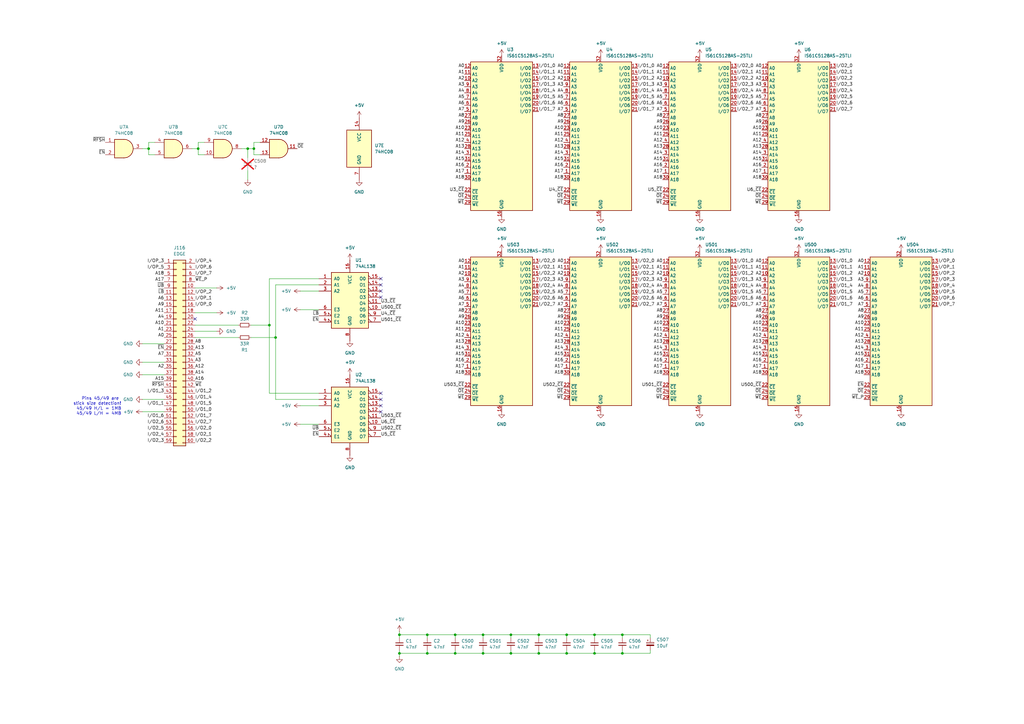
<source format=kicad_sch>
(kicad_sch (version 20231120) (generator "eeschema") (generator_version "8.0")
  (paper "A3")
  (lib_symbols
    (symbol "74xx:74LS08" (pin_names (offset 1.016))
      (property "Reference" "U" (at 0 1.27 0))
      (property "Value" "74LS08" (at 0 -1.27 0))
      (symbol "74LS08_1_1"
        (pin input line (at -7.62 2.54 0) (length 3.81) (name "~") (number "1"))
        (pin input line (at -7.62 -2.54 0) (length 3.81) (name "~") (number "2"))
        (pin output line (at 7.62 0 180) (length 3.81) (name "~") (number "3"))
      )
      (symbol "74LS08_1_2"
        (pin input inverted (at -7.62 2.54 0) (length 4.318) (name "~") (number "1"))
        (pin input inverted (at -7.62 -2.54 0) (length 4.318) (name "~") (number "2"))
        (pin output inverted (at 7.62 0 180) (length 3.81) (name "~") (number "3"))
      )
      (symbol "74LS08_2_1"
        (pin input line (at -7.62 2.54 0) (length 3.81) (name "~") (number "4"))
        (pin input line (at -7.62 -2.54 0) (length 3.81) (name "~") (number "5"))
        (pin output line (at 7.62 0 180) (length 3.81) (name "~") (number "6"))
      )
      (symbol "74LS08_2_2"
        (pin input inverted (at -7.62 2.54 0) (length 4.318) (name "~") (number "4"))
        (pin input inverted (at -7.62 -2.54 0) (length 4.318) (name "~") (number "5"))
        (pin output inverted (at 7.62 0 180) (length 3.81) (name "~") (number "6"))
      )
      (symbol "74LS08_3_1"
        (pin input line (at -7.62 -2.54 0) (length 3.81) (name "~") (number "10"))
        (pin output line (at 7.62 0 180) (length 3.81) (name "~") (number "8"))
        (pin input line (at -7.62 2.54 0) (length 3.81) (name "~") (number "9"))
      )
      (symbol "74LS08_3_2"
        (pin input inverted (at -7.62 -2.54 0) (length 4.318) (name "~") (number "10"))
        (pin output inverted (at 7.62 0 180) (length 3.81) (name "~") (number "8"))
        (pin input inverted (at -7.62 2.54 0) (length 4.318) (name "~") (number "9"))
      )
      (symbol "74LS08_4_1"
        (pin output line (at 7.62 0 180) (length 3.81) (name "~") (number "11"))
        (pin input line (at -7.62 2.54 0) (length 3.81) (name "~") (number "12"))
        (pin input line (at -7.62 -2.54 0) (length 3.81) (name "~") (number "13"))
      )
      (symbol "74LS08_4_2"
        (pin output inverted (at 7.62 0 180) (length 3.81) (name "~") (number "11"))
        (pin input inverted (at -7.62 2.54 0) (length 4.318) (name "~") (number "12"))
        (pin input inverted (at -7.62 -2.54 0) (length 4.318) (name "~") (number "13"))
      )
      (symbol "74LS08_5_0"
        (pin power_in line (at 0 12.7 270) (length 5.08) (name "VCC") (number "14"))
        (pin power_in line (at 0 -12.7 90) (length 5.08) (name "GND") (number "7"))
      )
    )
    (symbol "74xx:74LS138" (pin_names (offset 1.016))
      (property "Reference" "U" (at -7.62 11.43 0))
      (property "Value" "74LS138" (at -7.62 -13.97 0))
      (symbol "74LS138_1_0"
        (pin input line (at -12.7 7.62 0) (length 5.08) (name "A0") (number "1"))
        (pin output output_low (at 12.7 -5.08 180) (length 5.08) (name "O5") (number "10"))
        (pin output output_low (at 12.7 -2.54 180) (length 5.08) (name "O4") (number "11"))
        (pin output output_low (at 12.7 0 180) (length 5.08) (name "O3") (number "12"))
        (pin output output_low (at 12.7 2.54 180) (length 5.08) (name "O2") (number "13"))
        (pin output output_low (at 12.7 5.08 180) (length 5.08) (name "O1") (number "14"))
        (pin output output_low (at 12.7 7.62 180) (length 5.08) (name "O0") (number "15"))
        (pin power_in line (at 0 15.24 270) (length 5.08) (name "VCC") (number "16"))
        (pin input line (at -12.7 5.08 0) (length 5.08) (name "A1") (number "2"))
        (pin input line (at -12.7 2.54 0) (length 5.08) (name "A2") (number "3"))
        (pin input input_low (at -12.7 -10.16 0) (length 5.08) (name "E1") (number "4"))
        (pin input input_low (at -12.7 -7.62 0) (length 5.08) (name "E2") (number "5"))
        (pin input line (at -12.7 -5.08 0) (length 5.08) (name "E3") (number "6"))
        (pin output output_low (at 12.7 -10.16 180) (length 5.08) (name "O7") (number "7"))
        (pin power_in line (at 0 -17.78 90) (length 5.08) (name "GND") (number "8"))
        (pin output output_low (at 12.7 -7.62 180) (length 5.08) (name "O6") (number "9"))
      )
    )
    (symbol "Connector_Generic:Conn_02x30_Odd_Even" (pin_names (offset 1.016) hide)
      (property "Reference" "J" (at 1.27 38.1 0))
      (property "Value" "Conn_02x30_Odd_Even" (at 1.27 -40.64 0))
      (symbol "Conn_02x30_Odd_Even_1_1"
        (pin passive line (at -5.08 35.56 0) (length 3.81) (name "Pin_1") (number "1"))
        (pin passive line (at 7.62 25.4 180) (length 3.81) (name "Pin_10") (number "10"))
        (pin passive line (at -5.08 22.86 0) (length 3.81) (name "Pin_11") (number "11"))
        (pin passive line (at 7.62 22.86 180) (length 3.81) (name "Pin_12") (number "12"))
        (pin passive line (at -5.08 20.32 0) (length 3.81) (name "Pin_13") (number "13"))
        (pin passive line (at 7.62 20.32 180) (length 3.81) (name "Pin_14") (number "14"))
        (pin passive line (at -5.08 17.78 0) (length 3.81) (name "Pin_15") (number "15"))
        (pin passive line (at 7.62 17.78 180) (length 3.81) (name "Pin_16") (number "16"))
        (pin passive line (at -5.08 15.24 0) (length 3.81) (name "Pin_17") (number "17"))
        (pin passive line (at 7.62 15.24 180) (length 3.81) (name "Pin_18") (number "18"))
        (pin passive line (at -5.08 12.7 0) (length 3.81) (name "Pin_19") (number "19"))
        (pin passive line (at 7.62 35.56 180) (length 3.81) (name "Pin_2") (number "2"))
        (pin passive line (at 7.62 12.7 180) (length 3.81) (name "Pin_20") (number "20"))
        (pin passive line (at -5.08 10.16 0) (length 3.81) (name "Pin_21") (number "21"))
        (pin passive line (at 7.62 10.16 180) (length 3.81) (name "Pin_22") (number "22"))
        (pin passive line (at -5.08 7.62 0) (length 3.81) (name "Pin_23") (number "23"))
        (pin passive line (at 7.62 7.62 180) (length 3.81) (name "Pin_24") (number "24"))
        (pin passive line (at -5.08 5.08 0) (length 3.81) (name "Pin_25") (number "25"))
        (pin passive line (at 7.62 5.08 180) (length 3.81) (name "Pin_26") (number "26"))
        (pin passive line (at -5.08 2.54 0) (length 3.81) (name "Pin_27") (number "27"))
        (pin passive line (at 7.62 2.54 180) (length 3.81) (name "Pin_28") (number "28"))
        (pin passive line (at -5.08 0 0) (length 3.81) (name "Pin_29") (number "29"))
        (pin passive line (at -5.08 33.02 0) (length 3.81) (name "Pin_3") (number "3"))
        (pin passive line (at 7.62 0 180) (length 3.81) (name "Pin_30") (number "30"))
        (pin passive line (at -5.08 -2.54 0) (length 3.81) (name "Pin_31") (number "31"))
        (pin passive line (at 7.62 -2.54 180) (length 3.81) (name "Pin_32") (number "32"))
        (pin passive line (at -5.08 -5.08 0) (length 3.81) (name "Pin_33") (number "33"))
        (pin passive line (at 7.62 -5.08 180) (length 3.81) (name "Pin_34") (number "34"))
        (pin passive line (at -5.08 -7.62 0) (length 3.81) (name "Pin_35") (number "35"))
        (pin passive line (at 7.62 -7.62 180) (length 3.81) (name "Pin_36") (number "36"))
        (pin passive line (at -5.08 -10.16 0) (length 3.81) (name "Pin_37") (number "37"))
        (pin passive line (at 7.62 -10.16 180) (length 3.81) (name "Pin_38") (number "38"))
        (pin passive line (at -5.08 -12.7 0) (length 3.81) (name "Pin_39") (number "39"))
        (pin passive line (at 7.62 33.02 180) (length 3.81) (name "Pin_4") (number "4"))
        (pin passive line (at 7.62 -12.7 180) (length 3.81) (name "Pin_40") (number "40"))
        (pin passive line (at -5.08 -15.24 0) (length 3.81) (name "Pin_41") (number "41"))
        (pin passive line (at 7.62 -15.24 180) (length 3.81) (name "Pin_42") (number "42"))
        (pin passive line (at -5.08 -17.78 0) (length 3.81) (name "Pin_43") (number "43"))
        (pin passive line (at 7.62 -17.78 180) (length 3.81) (name "Pin_44") (number "44"))
        (pin passive line (at -5.08 -20.32 0) (length 3.81) (name "Pin_45") (number "45"))
        (pin passive line (at 7.62 -20.32 180) (length 3.81) (name "Pin_46") (number "46"))
        (pin passive line (at -5.08 -22.86 0) (length 3.81) (name "Pin_47") (number "47"))
        (pin passive line (at 7.62 -22.86 180) (length 3.81) (name "Pin_48") (number "48"))
        (pin passive line (at -5.08 -25.4 0) (length 3.81) (name "Pin_49") (number "49"))
        (pin passive line (at -5.08 30.48 0) (length 3.81) (name "Pin_5") (number "5"))
        (pin passive line (at 7.62 -25.4 180) (length 3.81) (name "Pin_50") (number "50"))
        (pin passive line (at -5.08 -27.94 0) (length 3.81) (name "Pin_51") (number "51"))
        (pin passive line (at 7.62 -27.94 180) (length 3.81) (name "Pin_52") (number "52"))
        (pin passive line (at -5.08 -30.48 0) (length 3.81) (name "Pin_53") (number "53"))
        (pin passive line (at 7.62 -30.48 180) (length 3.81) (name "Pin_54") (number "54"))
        (pin passive line (at -5.08 -33.02 0) (length 3.81) (name "Pin_55") (number "55"))
        (pin passive line (at 7.62 -33.02 180) (length 3.81) (name "Pin_56") (number "56"))
        (pin passive line (at -5.08 -35.56 0) (length 3.81) (name "Pin_57") (number "57"))
        (pin passive line (at 7.62 -35.56 180) (length 3.81) (name "Pin_58") (number "58"))
        (pin passive line (at -5.08 -38.1 0) (length 3.81) (name "Pin_59") (number "59"))
        (pin passive line (at 7.62 30.48 180) (length 3.81) (name "Pin_6") (number "6"))
        (pin passive line (at 7.62 -38.1 180) (length 3.81) (name "Pin_60") (number "60"))
        (pin passive line (at -5.08 27.94 0) (length 3.81) (name "Pin_7") (number "7"))
        (pin passive line (at 7.62 27.94 180) (length 3.81) (name "Pin_8") (number "8"))
        (pin passive line (at -5.08 25.4 0) (length 3.81) (name "Pin_9") (number "9"))
      )
    )
    (symbol "Device:C_Polarized_Small" (pin_numbers hide) (pin_names (offset 0.254) hide)
      (property "Reference" "C" (at 0.254 1.778 0))
      (property "Value" "C_Polarized_Small" (at 0.254 -2.032 0))
      (symbol "C_Polarized_Small_1_1"
        (pin passive line (at 0 2.54 270) (length 1.8542) (name "~") (number "1"))
        (pin passive line (at 0 -2.54 90) (length 1.8542) (name "~") (number "2"))
      )
    )
    (symbol "Device:C_Small" (pin_numbers hide) (pin_names (offset 0.254) hide)
      (property "Reference" "C" (at 0.254 1.778 0))
      (property "Value" "C_Small" (at 0.254 -2.032 0))
      (symbol "C_Small_1_1"
        (pin passive line (at 0 2.54 270) (length 2.032) (name "~") (number "1"))
        (pin passive line (at 0 -2.54 90) (length 2.032) (name "~") (number "2"))
      )
    )
    (symbol "Device:R_Small" (pin_numbers hide) (pin_names (offset 0.254) hide)
      (property "Reference" "R" (at 0.762 0.508 0))
      (property "Value" "R_Small" (at 0.762 -1.016 0))
      (symbol "R_Small_1_1"
        (pin passive line (at 0 2.54 270) (length 0.762) (name "~") (number "1"))
        (pin passive line (at 0 -2.54 90) (length 0.762) (name "~") (number "2"))
      )
    )
    (symbol "Memory_RAM:IS61C5128AS-25TLI"
      (property "Reference" "U" (at -10.16 31.75 0))
      (property "Value" "IS61C5128AS-25TLI" (at 12.7 31.75 0))
      (symbol "IS61C5128AS-25TLI_1_1"
        (pin input line (at -15.24 -15.24 0) (length 2.54) (name "A17") (number "1"))
        (pin input line (at -15.24 22.86 0) (length 2.54) (name "A2") (number "10"))
        (pin input line (at -15.24 25.4 0) (length 2.54) (name "A1") (number "11"))
        (pin input line (at -15.24 27.94 0) (length 2.54) (name "A0") (number "12"))
        (pin bidirectional line (at 15.24 27.94 180) (length 2.54) (name "I/O0") (number "13"))
        (pin bidirectional line (at 15.24 25.4 180) (length 2.54) (name "I/O1") (number "14"))
        (pin bidirectional line (at 15.24 22.86 180) (length 2.54) (name "I/O2") (number "15"))
        (pin power_in line (at 0 -33.02 90) (length 2.54) (name "GND") (number "16"))
        (pin bidirectional line (at 15.24 20.32 180) (length 2.54) (name "I/O3") (number "17"))
        (pin bidirectional line (at 15.24 17.78 180) (length 2.54) (name "I/O4") (number "18"))
        (pin bidirectional line (at 15.24 15.24 180) (length 2.54) (name "I/O5") (number "19"))
        (pin input line (at -15.24 -12.7 0) (length 2.54) (name "A16") (number "2"))
        (pin bidirectional line (at 15.24 12.7 180) (length 2.54) (name "I/O6") (number "20"))
        (pin bidirectional line (at 15.24 10.16 180) (length 2.54) (name "I/O7") (number "21"))
        (pin input line (at -15.24 -22.86 0) (length 2.54) (name "~{CE}") (number "22"))
        (pin input line (at -15.24 2.54 0) (length 2.54) (name "A10") (number "23"))
        (pin input line (at -15.24 -25.4 0) (length 2.54) (name "~{OE}") (number "24"))
        (pin input line (at -15.24 0 0) (length 2.54) (name "A11") (number "25"))
        (pin input line (at -15.24 5.08 0) (length 2.54) (name "A9") (number "26"))
        (pin input line (at -15.24 7.62 0) (length 2.54) (name "A8") (number "27"))
        (pin input line (at -15.24 -5.08 0) (length 2.54) (name "A13") (number "28"))
        (pin input line (at -15.24 -27.94 0) (length 2.54) (name "~{WE}") (number "29"))
        (pin input line (at -15.24 -7.62 0) (length 2.54) (name "A14") (number "3"))
        (pin input line (at -15.24 -17.78 0) (length 2.54) (name "A18") (number "30"))
        (pin input line (at -15.24 -10.16 0) (length 2.54) (name "A15") (number "31"))
        (pin power_in line (at 0 33.02 270) (length 2.54) (name "VDD") (number "32"))
        (pin input line (at -15.24 -2.54 0) (length 2.54) (name "A12") (number "4"))
        (pin input line (at -15.24 10.16 0) (length 2.54) (name "A7") (number "5"))
        (pin input line (at -15.24 12.7 0) (length 2.54) (name "A6") (number "6"))
        (pin input line (at -15.24 15.24 0) (length 2.54) (name "A5") (number "7"))
        (pin input line (at -15.24 17.78 0) (length 2.54) (name "A4") (number "8"))
        (pin input line (at -15.24 20.32 0) (length 2.54) (name "A3") (number "9"))
      )
    )
    (symbol "power:+5V" (power) (pin_numbers hide) (pin_names (offset 0) hide)
      (property "Value" "+5V" (at 0 3.556 0))
      (symbol "+5V_1_1"
        (pin power_in line (at 0 0 90) (length 0) (name "~") (number "1"))
      )
    )
    (symbol "power:GND" (power) (pin_numbers hide) (pin_names (offset 0) hide)
      (property "Value" "GND" (at 0 -3.81 0))
      (symbol "GND_1_1"
        (pin power_in line (at 0 0 270) (length 0) (name "~") (number "1"))
      )
    )
  )
  (junction (at 220.98 260.35))
  (junction (at 175.26 260.35))
  (junction (at 81.28 60.96))
  (junction (at 198.12 267.97))
  (junction (at 255.27 260.35))
  (junction (at 220.98 267.97))
  (junction (at 101.6 60.96))
  (junction (at 163.83 267.97))
  (junction (at 255.27 267.97))
  (junction (at 113.03 138.43))
  (junction (at 209.55 260.35))
  (junction (at 60.96 60.96))
  (junction (at 163.83 260.35))
  (junction (at 243.84 260.35))
  (junction (at 232.41 260.35))
  (junction (at 198.12 260.35))
  (junction (at 104.14 60.96))
  (junction (at 175.26 267.97))
  (junction (at 243.84 267.97))
  (junction (at 232.41 267.97))
  (junction (at 186.69 260.35))
  (junction (at 110.49 133.35))
  (junction (at 209.55 267.97))
  (junction (at 186.69 267.97))
  (no_connect (at 156.21 166.37))
  (no_connect (at 156.21 114.3))
  (no_connect (at 156.21 161.29))
  (no_connect (at 80.01 130.81))
  (no_connect (at 156.21 163.83))
  (no_connect (at 156.21 121.92))
  (no_connect (at 156.21 116.84))
  (no_connect (at 156.21 168.91))
  (no_connect (at 156.21 119.38))
  (wire (pts (xy 81.28 60.96) (xy 81.28 63.5)))
  (wire (pts (xy 266.7 260.35) (xy 266.7 261.62)))
  (wire (pts (xy 163.83 260.35) (xy 163.83 261.62)))
  (wire (pts (xy 198.12 260.35) (xy 198.12 261.62)))
  (wire (pts (xy 58.42 140.97) (xy 67.31 140.97)))
  (wire (pts (xy 243.84 260.35) (xy 255.27 260.35)))
  (wire (pts (xy 81.28 63.5) (xy 83.82 63.5)))
  (wire (pts (xy 163.83 266.7) (xy 163.83 267.97)))
  (wire (pts (xy 104.14 58.42) (xy 106.68 58.42)))
  (wire (pts (xy 232.41 260.35) (xy 243.84 260.35)))
  (wire (pts (xy 186.69 267.97) (xy 198.12 267.97)))
  (wire (pts (xy 130.81 163.83) (xy 113.03 163.83)))
  (wire (pts (xy 113.03 163.83) (xy 113.03 138.43)))
  (wire (pts (xy 255.27 267.97) (xy 255.27 266.7)))
  (wire (pts (xy 220.98 267.97) (xy 220.98 266.7)))
  (wire (pts (xy 232.41 267.97) (xy 232.41 266.7)))
  (wire (pts (xy 80.01 128.27) (xy 88.9 128.27)))
  (wire (pts (xy 255.27 260.35) (xy 266.7 260.35)))
  (wire (pts (xy 175.26 267.97) (xy 175.26 266.7)))
  (wire (pts (xy 198.12 267.97) (xy 209.55 267.97)))
  (wire (pts (xy 163.83 260.35) (xy 175.26 260.35)))
  (wire (pts (xy 110.49 114.3) (xy 130.81 114.3)))
  (wire (pts (xy 110.49 133.35) (xy 110.49 114.3)))
  (wire (pts (xy 266.7 266.7) (xy 266.7 267.97)))
  (wire (pts (xy 209.55 267.97) (xy 220.98 267.97)))
  (wire (pts (xy 123.19 127) (xy 130.81 127)))
  (wire (pts (xy 81.28 58.42) (xy 81.28 60.96)))
  (wire (pts (xy 209.55 260.35) (xy 220.98 260.35)))
  (wire (pts (xy 104.14 60.96) (xy 104.14 58.42)))
  (wire (pts (xy 243.84 260.35) (xy 243.84 261.62)))
  (wire (pts (xy 60.96 60.96) (xy 60.96 58.42)))
  (wire (pts (xy 123.19 166.37) (xy 130.81 166.37)))
  (wire (pts (xy 102.87 138.43) (xy 113.03 138.43)))
  (wire (pts (xy 80.01 133.35) (xy 97.79 133.35)))
  (wire (pts (xy 209.55 260.35) (xy 209.55 261.62)))
  (wire (pts (xy 101.6 69.85) (xy 101.6 73.66)))
  (wire (pts (xy 102.87 133.35) (xy 110.49 133.35)))
  (wire (pts (xy 175.26 260.35) (xy 175.26 261.62)))
  (wire (pts (xy 232.41 260.35) (xy 232.41 261.62)))
  (wire (pts (xy 186.69 260.35) (xy 186.69 261.62)))
  (wire (pts (xy 123.19 119.38) (xy 130.81 119.38)))
  (wire (pts (xy 175.26 267.97) (xy 186.69 267.97)))
  (wire (pts (xy 130.81 161.29) (xy 110.49 161.29)))
  (wire (pts (xy 209.55 267.97) (xy 209.55 266.7)))
  (wire (pts (xy 60.96 58.42) (xy 63.5 58.42)))
  (wire (pts (xy 63.5 63.5) (xy 60.96 63.5)))
  (wire (pts (xy 58.42 168.91) (xy 67.31 168.91)))
  (wire (pts (xy 58.42 153.67) (xy 67.31 153.67)))
  (wire (pts (xy 198.12 267.97) (xy 198.12 266.7)))
  (wire (pts (xy 243.84 267.97) (xy 255.27 267.97)))
  (wire (pts (xy 198.12 260.35) (xy 209.55 260.35)))
  (wire (pts (xy 113.03 138.43) (xy 113.03 116.84)))
  (wire (pts (xy 175.26 260.35) (xy 186.69 260.35)))
  (wire (pts (xy 104.14 63.5) (xy 106.68 63.5)))
  (wire (pts (xy 163.83 267.97) (xy 175.26 267.97)))
  (wire (pts (xy 58.42 163.83) (xy 67.31 163.83)))
  (wire (pts (xy 58.42 148.59) (xy 67.31 148.59)))
  (wire (pts (xy 163.83 259.08) (xy 163.83 260.35)))
  (wire (pts (xy 104.14 60.96) (xy 104.14 63.5)))
  (wire (pts (xy 80.01 135.89) (xy 88.9 135.89)))
  (wire (pts (xy 255.27 267.97) (xy 266.7 267.97)))
  (wire (pts (xy 123.19 173.99) (xy 130.81 173.99)))
  (wire (pts (xy 255.27 260.35) (xy 255.27 261.62)))
  (wire (pts (xy 101.6 60.96) (xy 101.6 64.77)))
  (wire (pts (xy 232.41 267.97) (xy 243.84 267.97)))
  (wire (pts (xy 101.6 60.96) (xy 104.14 60.96)))
  (wire (pts (xy 60.96 63.5) (xy 60.96 60.96)))
  (wire (pts (xy 58.42 60.96) (xy 60.96 60.96)))
  (wire (pts (xy 220.98 260.35) (xy 232.41 260.35)))
  (wire (pts (xy 163.83 267.97) (xy 163.83 269.24)))
  (wire (pts (xy 220.98 260.35) (xy 220.98 261.62)))
  (wire (pts (xy 243.84 267.97) (xy 243.84 266.7)))
  (wire (pts (xy 80.01 118.11) (xy 88.9 118.11)))
  (wire (pts (xy 101.6 60.96) (xy 99.06 60.96)))
  (wire (pts (xy 113.03 116.84) (xy 130.81 116.84)))
  (wire (pts (xy 186.69 260.35) (xy 198.12 260.35)))
  (wire (pts (xy 110.49 161.29) (xy 110.49 133.35)))
  (wire (pts (xy 81.28 58.42) (xy 83.82 58.42)))
  (wire (pts (xy 80.01 138.43) (xy 97.79 138.43)))
  (wire (pts (xy 186.69 267.97) (xy 186.69 266.7)))
  (wire (pts (xy 78.74 60.96) (xy 81.28 60.96)))
  (wire (pts (xy 220.98 267.97) (xy 232.41 267.97)))
  (text "Pins 45/49 are \nstick size detection!\n45/49 H/L = 1MB\n45/49 L/H = 4MB\n" (at 49.784 166.624 0) (effects (font (size 1.27 1.27)) (justify right)))
  (label "A7" (at 231.14 45.72 180))
  (label "I{slash}O2_3" (at 302.26 35.56 0))
  (label "A10" (at 67.31 133.35 180))
  (label "A1" (at 231.14 30.48 180))
  (label "A7" (at 312.42 45.72 180))
  (label "A3" (at 354.33 115.57 180))
  (label "A12" (at 80.01 151.13 0))
  (label "A7" (at 190.5 45.72 180))
  (label "A0" (at 190.5 107.95 180))
  (label "A7" (at 312.42 125.73 180))
  (label "A18" (at 354.33 153.67 180))
  (label "I{slash}O1_5" (at 261.62 40.64 0))
  (label "I{slash}O2_7" (at 261.62 125.73 0))
  (label "A8" (at 271.78 128.27 180))
  (label "A13" (at 312.42 60.96 180))
  (label "I{slash}O2_2" (at 261.62 113.03 0))
  (label "~{WE}" (at 271.78 163.83 180))
  (label "A12" (at 231.14 138.43 180))
  (label "I{slash}O1_4" (at 220.98 38.1 0))
  (label "A2" (at 271.78 113.03 180))
  (label "A16" (at 312.42 68.58 180))
  (label "U503_~{CE}" (at 190.5 158.75 180))
  (label "A15" (at 271.78 146.05 180))
  (label "A13" (at 190.5 140.97 180))
  (label "I{slash}O1_2" (at 342.9 113.03 0))
  (label "A0" (at 312.42 107.95 180))
  (label "A1" (at 231.14 110.49 180))
  (label "I{slash}O1_2" (at 302.26 113.03 0))
  (label "A9" (at 271.78 50.8 180))
  (label "U5_~{CE}" (at 271.78 78.74 180))
  (label "A18" (at 312.42 73.66 180))
  (label "A17" (at 190.5 151.13 180))
  (label "I{slash}O1_7" (at 220.98 45.72 0))
  (label "A13" (at 190.5 60.96 180))
  (label "A14" (at 231.14 143.51 180))
  (label "U5_~{CE}" (at 156.21 179.07 0))
  (label "I{slash}O2_1" (at 302.26 30.48 0))
  (label "U501_~{CE}" (at 271.78 158.75 180))
  (label "I{slash}O1_0" (at 220.98 27.94 0))
  (label "I{slash}O2_4" (at 67.31 179.07 180))
  (label "A18" (at 271.78 73.66 180))
  (label "A4" (at 190.5 118.11 180))
  (label "I{slash}OP_4" (at 384.81 118.11 0))
  (label "A8" (at 80.01 140.97 0))
  (label "A10" (at 312.42 53.34 180))
  (label "U502_~{CE}" (at 156.21 176.53 0))
  (label "A14" (at 312.42 143.51 180))
  (label "I{slash}O1_0" (at 342.9 107.95 0))
  (label "A1" (at 312.42 30.48 180))
  (label "I{slash}O2_0" (at 342.9 27.94 0))
  (label "A3" (at 312.42 35.56 180))
  (label "A3" (at 190.5 35.56 180))
  (label "A13" (at 271.78 60.96 180))
  (label "A3" (at 312.42 115.57 180))
  (label "~{EN}" (at 43.18 63.5 180))
  (label "A15" (at 190.5 146.05 180))
  (label "~{OE}" (at 312.42 161.29 180))
  (label "A6" (at 354.33 123.19 180))
  (label "A8" (at 190.5 48.26 180))
  (label "A16" (at 190.5 148.59 180))
  (label "A4" (at 231.14 118.11 180))
  (label "~{OE}" (at 271.78 81.28 180))
  (label "A15" (at 190.5 66.04 180))
  (label "A2" (at 231.14 113.03 180))
  (label "I{slash}O1_3" (at 261.62 35.56 0))
  (label "A18" (at 190.5 153.67 180))
  (label "A13" (at 354.33 140.97 180))
  (label "A9" (at 312.42 130.81 180))
  (label "A1" (at 67.31 135.89 180))
  (label "I{slash}O1_3" (at 302.26 115.57 0))
  (label "A4" (at 271.78 118.11 180))
  (label "A2" (at 354.33 113.03 180))
  (label "U500_~{CE}" (at 312.42 158.75 180))
  (label "I{slash}O2_5" (at 302.26 40.64 0))
  (label "A9" (at 67.31 125.73 180))
  (label "U503_~{CE}" (at 156.21 171.45 0))
  (label "I{slash}O2_3" (at 220.98 115.57 0))
  (label "~{EN}" (at 130.81 179.07 180))
  (label "I{slash}O2_4" (at 261.62 118.11 0))
  (label "A4" (at 312.42 118.11 180))
  (label "A16" (at 312.42 148.59 180))
  (label "U6_~{CE}" (at 156.21 173.99 0))
  (label "I{slash}O2_6" (at 261.62 123.19 0))
  (label "A2" (at 231.14 33.02 180))
  (label "I{slash}O1_1" (at 342.9 110.49 0))
  (label "A10" (at 312.42 133.35 180))
  (label "I{slash}O2_4" (at 220.98 118.11 0))
  (label "A11" (at 271.78 135.89 180))
  (label "I{slash}O2_4" (at 302.26 38.1 0))
  (label "A3" (at 231.14 115.57 180))
  (label "A8" (at 312.42 48.26 180))
  (label "A13" (at 231.14 60.96 180))
  (label "A17" (at 271.78 71.12 180))
  (label "A0" (at 312.42 27.94 180))
  (label "U4_~{CE}" (at 231.14 78.74 180))
  (label "A17" (at 312.42 71.12 180))
  (label "~{EN}" (at 130.81 132.08 180))
  (label "I{slash}O1_6" (at 67.31 171.45 180))
  (label "A11" (at 231.14 55.88 180))
  (label "A7" (at 354.33 125.73 180))
  (label "I{slash}O2_4" (at 342.9 38.1 0))
  (label "I{slash}O1_2" (at 220.98 33.02 0))
  (label "I{slash}O1_2" (at 261.62 33.02 0))
  (label "A15" (at 231.14 146.05 180))
  (label "I{slash}O2_0" (at 220.98 107.95 0))
  (label "A9" (at 354.33 130.81 180))
  (label "A0" (at 231.14 27.94 180))
  (label "A13" (at 271.78 140.97 180))
  (label "I{slash}O2_3" (at 342.9 35.56 0))
  (label "I{slash}OP_3" (at 384.81 115.57 0))
  (label "I{slash}OP_7" (at 384.81 125.73 0))
  (label "A7" (at 231.14 125.73 180))
  (label "A5" (at 354.33 120.65 180))
  (label "A16" (at 190.5 68.58 180))
  (label "A5" (at 231.14 120.65 180))
  (label "A18" (at 190.5 73.66 180))
  (label "A18" (at 231.14 73.66 180))
  (label "A3" (at 271.78 35.56 180))
  (label "I{slash}OP_1" (at 80.01 123.19 0))
  (label "A0" (at 231.14 107.95 180))
  (label "A18" (at 271.78 153.67 180))
  (label "A8" (at 190.5 128.27 180))
  (label "A4" (at 231.14 38.1 180))
  (label "I{slash}O2_6" (at 302.26 43.18 0))
  (label "I{slash}OP_7" (at 80.01 113.03 0))
  (label "~{EN}" (at 354.33 158.75 180))
  (label "A11" (at 190.5 135.89 180))
  (label "A11" (at 67.31 128.27 180))
  (label "I{slash}O1_1" (at 302.26 110.49 0))
  (label "A13" (at 80.01 143.51 0))
  (label "A0" (at 190.5 27.94 180))
  (label "A14" (at 231.14 63.5 180))
  (label "U501_~{CE}" (at 156.21 132.08 0))
  (label "I{slash}O2_6" (at 342.9 43.18 0))
  (label "~{OE}" (at 190.5 81.28 180))
  (label "A10" (at 190.5 133.35 180))
  (label "A14" (at 354.33 143.51 180))
  (label "~{WE}" (at 312.42 83.82 180))
  (label "A4" (at 354.33 118.11 180))
  (label "A11" (at 354.33 135.89 180))
  (label "I{slash}O2_6" (at 67.31 173.99 180))
  (label "~{UB}" (at 67.31 118.11 180))
  (label "I{slash}O1_5" (at 220.98 40.64 0))
  (label "A15" (at 231.14 66.04 180))
  (label "A7" (at 271.78 45.72 180))
  (label "A10" (at 271.78 53.34 180))
  (label "A17" (at 67.31 115.57 180))
  (label "~{RFSH}" (at 43.18 58.42 180))
  (label "A8" (at 231.14 128.27 180))
  (label "A7" (at 67.31 146.05 180))
  (label "A0" (at 354.33 107.95 180))
  (label "I{slash}O1_3" (at 67.31 161.29 180))
  (label "A12" (at 271.78 58.42 180))
  (label "I{slash}O2_5" (at 67.31 176.53 180))
  (label "A15" (at 67.31 156.21 180))
  (label "~{WE}" (at 312.42 163.83 180))
  (label "I{slash}O1_6" (at 220.98 43.18 0))
  (label "A16" (at 231.14 68.58 180))
  (label "A5" (at 190.5 120.65 180))
  (label "A5" (at 190.5 40.64 180))
  (label "A2" (at 67.31 151.13 180))
  (label "I{slash}O2_1" (at 261.62 110.49 0))
  (label "A18" (at 312.42 153.67 180))
  (label "A17" (at 190.5 71.12 180))
  (label "A12" (at 312.42 138.43 180))
  (label "A15" (at 312.42 66.04 180))
  (label "U6_~{CE}" (at 312.42 78.74 180))
  (label "A2" (at 312.42 113.03 180))
  (label "I{slash}O2_0" (at 261.62 107.95 0))
  (label "A9" (at 271.78 130.81 180))
  (label "I{slash}O2_2" (at 220.98 113.03 0))
  (label "I{slash}O2_5" (at 342.9 40.64 0))
  (label "~{OE}" (at 354.33 161.29 180))
  (label "A14" (at 271.78 63.5 180))
  (label "I{slash}O1_6" (at 342.9 123.19 0))
  (label "I{slash}O2_1" (at 220.98 110.49 0))
  (label "A2" (at 312.42 33.02 180))
  (label "A1" (at 190.5 110.49 180))
  (label "~{WE}_P" (at 354.33 163.83 180))
  (label "I{slash}O1_1" (at 261.62 30.48 0))
  (label "A14" (at 271.78 143.51 180))
  (label "~{OE}" (at 312.42 81.28 180))
  (label "I{slash}O1_7" (at 342.9 125.73 0))
  (label "~{WE}" (at 271.78 83.82 180))
  (label "I{slash}O1_5" (at 80.01 166.37 0))
  (label "I{slash}OP_0" (at 80.01 125.73 0))
  (label "I{slash}OP_0" (at 384.81 107.95 0))
  (label "A6" (at 67.31 123.19 180))
  (label "I{slash}O2_5" (at 220.98 120.65 0))
  (label "I{slash}OP_1" (at 384.81 110.49 0))
  (label "~{LB}" (at 130.81 129.54 180))
  (label "I{slash}O1_0" (at 80.01 168.91 0))
  (label "A3" (at 80.01 148.59 0))
  (label "A7" (at 271.78 125.73 180))
  (label "I{slash}O2_0" (at 80.01 176.53 0))
  (label "~{OE}" (at 271.78 161.29 180))
  (label "A17" (at 231.14 71.12 180))
  (label "I{slash}O1_1" (at 67.31 166.37 180))
  (label "~{WE}" (at 231.14 163.83 180))
  (label "I{slash}O2_3" (at 67.31 181.61 180))
  (label "A15" (at 354.33 146.05 180))
  (label "~{RFSH}" (at 67.31 158.75 180))
  (label "I{slash}O1_4" (at 342.9 118.11 0))
  (label "A15" (at 271.78 66.04 180))
  (label "A11" (at 231.14 135.89 180))
  (label "I{slash}O1_7" (at 261.62 45.72 0))
  (label "A17" (at 271.78 151.13 180))
  (label "A16" (at 80.01 156.21 0))
  (label "A6" (at 190.5 123.19 180))
  (label "A9" (at 190.5 50.8 180))
  (label "A0" (at 67.31 138.43 180))
  (label "I{slash}OP_6" (at 80.01 110.49 0))
  (label "I{slash}O1_3" (at 342.9 115.57 0))
  (label "I{slash}O2_5" (at 261.62 120.65 0))
  (label "A14" (at 80.01 153.67 0))
  (label "I{slash}O2_2" (at 342.9 33.02 0))
  (label "A10" (at 354.33 133.35 180))
  (label "A8" (at 271.78 48.26 180))
  (label "A11" (at 271.78 55.88 180))
  (label "A14" (at 312.42 63.5 180))
  (label "A10" (at 231.14 133.35 180))
  (label "I{slash}O2_2" (at 80.01 181.61 0))
  (label "U502_~{CE}" (at 231.14 158.75 180))
  (label "A12" (at 354.33 138.43 180))
  (label "U3_~{CE}" (at 190.5 78.74 180))
  (label "U3_~{CE}" (at 156.21 124.46 0))
  (label "~{OE}" (at 231.14 81.28 180))
  (label "A2" (at 190.5 113.03 180))
  (label "A7" (at 190.5 125.73 180))
  (label "A8" (at 354.33 128.27 180))
  (label "I{slash}O1_4" (at 302.26 118.11 0))
  (label "A4" (at 190.5 38.1 180))
  (label "A16" (at 271.78 68.58 180))
  (label "A9" (at 231.14 50.8 180))
  (label "I{slash}O1_6" (at 261.62 43.18 0))
  (label "A0" (at 271.78 27.94 180))
  (label "I{slash}O1_5" (at 342.9 120.65 0))
  (label "A17" (at 354.33 151.13 180))
  (label "A17" (at 231.14 151.13 180))
  (label "A4" (at 312.42 38.1 180))
  (label "A14" (at 190.5 143.51 180))
  (label "~{OE}" (at 121.92 60.96 0))
  (label "A1" (at 312.42 110.49 180))
  (label "A13" (at 231.14 140.97 180))
  (label "I{slash}OP_5" (at 67.31 110.49 180))
  (label "I{slash}O2_7" (at 220.98 125.73 0))
  (label "A16" (at 271.78 148.59 180))
  (label "~{WE}_P" (at 80.01 115.57 0))
  (label "I{slash}O2_7" (at 342.9 45.72 0))
  (label "A1" (at 190.5 30.48 180))
  (label "A3" (at 231.14 35.56 180))
  (label "A4" (at 67.31 130.81 180))
  (label "A0" (at 271.78 107.95 180))
  (label "I{slash}O2_6" (at 220.98 123.19 0))
  (label "A12" (at 190.5 58.42 180))
  (label "I{slash}O1_6" (at 302.26 123.19 0))
  (label "I{slash}O2_1" (at 342.9 30.48 0))
  (label "A9" (at 190.5 130.81 180))
  (label "I{slash}OP_2" (at 384.81 113.03 0))
  (label "A6" (at 231.14 43.18 180))
  (label "A13" (at 312.42 140.97 180))
  (label "I{slash}OP_3" (at 67.31 107.95 180))
  (label "A10" (at 271.78 133.35 180))
  (label "A11" (at 312.42 55.88 180))
  (label "I{slash}O2_0" (at 302.26 27.94 0))
  (label "I{slash}O1_2" (at 80.01 161.29 0))
  (label "A5" (at 271.78 120.65 180))
  (label "A15" (at 312.42 146.05 180))
  (label "A8" (at 231.14 48.26 180))
  (label "A4" (at 271.78 38.1 180))
  (label "A12" (at 231.14 58.42 180))
  (label "A10" (at 190.5 53.34 180))
  (label "A11" (at 190.5 55.88 180))
  (label "A5" (at 231.14 40.64 180))
  (label "A1" (at 271.78 30.48 180))
  (label "A6" (at 190.5 43.18 180))
  (label "A6" (at 312.42 43.18 180))
  (label "I{slash}O1_4" (at 261.62 38.1 0))
  (label "I{slash}O1_7" (at 302.26 125.73 0))
  (label "~{WE}" (at 80.01 158.75 0))
  (label "~{OE}" (at 231.14 161.29 180))
  (label "A5" (at 312.42 120.65 180))
  (label "A3" (at 190.5 115.57 180))
  (label "I{slash}O1_0" (at 302.26 107.95 0))
  (label "I{slash}OP_2" (at 80.01 120.65 0))
  (label "A16" (at 354.33 148.59 180))
  (label "I{slash}O1_7" (at 80.01 171.45 0))
  (label "A14" (at 190.5 63.5 180))
  (label "~{OE}" (at 190.5 161.29 180))
  (label "A17" (at 312.42 151.13 180))
  (label "A12" (at 190.5 138.43 180))
  (label "A5" (at 271.78 40.64 180))
  (label "A9" (at 231.14 130.81 180))
  (label "A12" (at 271.78 138.43 180))
  (label "A5" (at 312.42 40.64 180))
  (label "I{slash}OP_5" (at 384.81 120.65 0))
  (label "I{slash}O1_4" (at 80.01 163.83 0))
  (label "~{WE}" (at 231.14 83.82 180))
  (label "~{UB}" (at 130.81 176.53 180))
  (label "I{slash}O2_2" (at 302.26 33.02 0))
  (label "I{slash}O1_0" (at 261.62 27.94 0))
  (label "I{slash}O2_1" (at 80.01 179.07 0))
  (label "A18" (at 231.14 153.67 180))
  (label "A12" (at 312.42 58.42 180))
  (label "I{slash}O1_5" (at 302.26 120.65 0))
  (label "A6" (at 271.78 43.18 180))
  (label "A2" (at 190.5 33.02 180))
  (label "I{slash}O1_3" (at 220.98 35.56 0))
  (label "I{slash}OP_6" (at 384.81 123.19 0))
  (label "A18" (at 67.31 113.03 180))
  (label "A8" (at 312.42 128.27 180))
  (label "A9" (at 312.42 50.8 180))
  (label "U4_~{CE}" (at 156.21 129.54 0))
  (label "A16" (at 231.14 148.59 180))
  (label "A6" (at 312.42 123.19 180))
  (label "A6" (at 271.78 123.19 180))
  (label "~{LB}" (at 67.31 120.65 180))
  (label "U500_~{CE}" (at 156.21 127 0))
  (label "I{slash}O2_3" (at 261.62 115.57 0))
  (label "I{slash}O2_7" (at 302.26 45.72 0))
  (label "A6" (at 231.14 123.19 180))
  (label "A3" (at 271.78 115.57 180))
  (label "~{WE}" (at 190.5 83.82 180))
  (label "A5" (at 80.01 146.05 0))
  (label "A1" (at 354.33 110.49 180))
  (label "I{slash}O2_7" (at 80.01 173.99 0))
  (label "I{slash}O1_1" (at 220.98 30.48 0))
  (label "A2" (at 271.78 33.02 180))
  (label "~{EN}" (at 67.31 143.51 180))
  (label "~{WE}" (at 190.5 163.83 180))
  (label "I{slash}OP_4" (at 80.01 107.95 0))
  (label "A10" (at 231.14 53.34 180))
  (label "A11" (at 312.42 135.89 180))
  (label "A1" (at 271.78 110.49 180))
  (symbol (lib_id "74xx:74LS08") (at 50.8 60.96 0) (unit 1)
    (property "Reference" "U7" (at 50.7917 52.07 0))
    (property "Value" "74HC08" (at 50.7917 54.61 0))
    (property "Footprint" "Package_SO:SOIC-14_3.9x8.7mm_P1.27mm" (effects (hide yes)))
    (property "Datasheet" "http://www.ti.com/lit/gpn/sn74LS08" (effects (hide yes)))
    (property "Description" "Quad And2" (effects (hide yes)))
  )
  (symbol (lib_id "74xx:74LS08") (at 114.3 60.96 0) (unit 4)
    (property "Reference" "U7" (at 114.2917 52.07 0))
    (property "Value" "74HC08" (at 114.2917 54.61 0))
    (property "Footprint" "Package_SO:SOIC-14_3.9x8.7mm_P1.27mm" (effects (hide yes)))
    (property "Datasheet" "http://www.ti.com/lit/gpn/sn74LS08" (effects (hide yes)))
    (property "Description" "Quad And2" (effects (hide yes)))
  )
  (symbol (lib_id "Device:C_Small") (at 220.98 264.16 0) (unit 1)
    (property "Reference" "C503" (at 223.52 262.8962 0) (effects (justify left)))
    (property "Value" "47nF" (at 223.52 265.4362 0) (effects (justify left)))
    (property "Footprint" "Capacitor_SMD:C_0805_2012Metric" (effects (hide yes)))
    (property "Description" "Unpolarized capacitor, small symbol" (effects (hide yes)))
  )
  (symbol (lib_id "power:GND") (at 163.83 269.24 0) (unit 1)
    (property "Reference" "#PWR035" (effects (hide yes)))
    (property "Value" "GND" (at 163.83 274.32 0))
    (property "Description" "Power symbol creates a global label with name \"GND\" , ground" (effects (hide yes)))
  )
  (symbol (lib_id "power:+5V") (at 287.02 22.86 0) (unit 1)
    (property "Reference" "#PWR09" (effects (hide yes)))
    (property "Value" "+5V" (at 287.02 17.78 0))
    (property "Description" "Power symbol creates a global label with name \"+5V\"" (effects (hide yes)))
  )
  (symbol (lib_id "power:+5V") (at 205.74 102.87 0) (unit 1)
    (property "Reference" "#PWR03" (effects (hide yes)))
    (property "Value" "+5V" (at 205.74 97.79 0))
    (property "Description" "Power symbol creates a global label with name \"+5V\"" (effects (hide yes)))
  )
  (symbol (lib_id "power:GND") (at 147.32 73.66 0) (unit 1)
    (property "Reference" "#PWR038" (effects (hide yes)))
    (property "Value" "GND" (at 147.32 78.74 0))
    (property "Description" "Power symbol creates a global label with name \"GND\" , ground" (effects (hide yes)))
  )
  (symbol (lib_id "power:+5V") (at 147.32 48.26 0) (unit 1)
    (property "Reference" "#PWR037" (effects (hide yes)))
    (property "Value" "+5V" (at 147.32 43.18 0))
    (property "Description" "Power symbol creates a global label with name \"+5V\"" (effects (hide yes)))
  )
  (symbol (lib_id "Device:R_Small") (at 100.33 133.35 90) (unit 1)
    (property "Reference" "R2" (at 100.33 128.27 90))
    (property "Value" "33R" (at 100.33 130.81 90))
    (property "Footprint" "Resistor_SMD:R_0805_2012Metric" (effects (hide yes)))
    (property "Description" "Resistor, small symbol" (effects (hide yes)))
  )
  (symbol (lib_id "power:GND") (at 58.42 153.67 270) (unit 1)
    (property "Reference" "#PWR031" (effects (hide yes)))
    (property "Value" "GND" (at 54.61 153.6699 90) (effects (justify right)))
    (property "Description" "Power symbol creates a global label with name \"GND\" , ground" (effects (hide yes)))
  )
  (symbol (lib_id "74xx:74LS138") (at 143.51 168.91 0) (unit 1)
    (property "Reference" "U2" (at 145.7041 153.67 0) (effects (justify left)))
    (property "Value" "74AL138" (at 145.7041 156.21 0) (effects (justify left)))
    (property "Footprint" "Package_SO:SOIC-16_3.9x9.9mm_P1.27mm" (effects (hide yes)))
    (property "Datasheet" "http://www.ti.com/lit/gpn/sn74LS138" (effects (hide yes)))
    (property "Description" "Decoder 3 to 8 active low outputs" (effects (hide yes)))
  )
  (symbol (lib_id "power:GND") (at 88.9 135.89 90) (unit 1)
    (property "Reference" "#PWR028" (effects (hide yes)))
    (property "Value" "GND" (at 92.71 135.8899 90) (effects (justify right)))
    (property "Description" "Power symbol creates a global label with name \"GND\" , ground" (effects (hide yes)))
  )
  (symbol (lib_id "power:GND") (at 327.66 88.9 0) (unit 1)
    (property "Reference" "#PWR014" (effects (hide yes)))
    (property "Value" "GND" (at 327.66 93.98 0))
    (property "Description" "Power symbol creates a global label with name \"GND\" , ground" (effects (hide yes)))
  )
  (symbol (lib_id "power:+5V") (at 123.19 119.38 90) (unit 1)
    (property "Reference" "#PWR022" (effects (hide yes)))
    (property "Value" "+5V" (at 119.38 119.3799 90) (effects (justify left)))
    (property "Description" "Power symbol creates a global label with name \"+5V\"" (effects (hide yes)))
  )
  (symbol (lib_id "power:+5V") (at 123.19 166.37 90) (unit 1)
    (property "Reference" "#PWR021" (effects (hide yes)))
    (property "Value" "+5V" (at 119.38 166.3699 90) (effects (justify left)))
    (property "Description" "Power symbol creates a global label with name \"+5V\"" (effects (hide yes)))
  )
  (symbol (lib_id "Connector_Generic:Conn_02x30_Odd_Even") (at 72.39 143.51 0) (unit 1)
    (property "Reference" "J116" (at 73.66 101.6 0))
    (property "Value" "EDGE" (at 73.66 104.14 0))
    (property "Footprint" "KiCad Components:Compaq_SLT286_RAM" (effects (hide yes)))
    (property "Description" "Generic connector, double row, 02x30, odd/even pin numbering scheme (row 1 odd numbers, row 2 even numbers), script generated (kicad-library-utils/schlib/autogen/connector/)" (effects (hide yes)))
  )
  (symbol (lib_id "power:+5V") (at 163.83 259.08 0) (unit 1)
    (property "Reference" "#PWR036" (effects (hide yes)))
    (property "Value" "+5V" (at 163.83 254 0))
    (property "Description" "Power symbol creates a global label with name \"+5V\"" (effects (hide yes)))
  )
  (symbol (lib_id "Device:R_Small") (at 100.33 138.43 90) (mirror x) (unit 1)
    (property "Reference" "R1" (at 100.33 143.51 90))
    (property "Value" "33R" (at 100.33 140.97 90))
    (property "Footprint" "Resistor_SMD:R_0805_2012Metric" (effects (hide yes)))
    (property "Description" "Resistor, small symbol" (effects (hide yes)))
  )
  (symbol (lib_id "74xx:74LS138") (at 143.51 121.92 0) (unit 1)
    (property "Reference" "U1" (at 145.7041 106.68 0) (effects (justify left)))
    (property "Value" "74AL138" (at 145.7041 109.22 0) (effects (justify left)))
    (property "Footprint" "Package_SO:SOIC-16_3.9x9.9mm_P1.27mm" (effects (hide yes)))
    (property "Datasheet" "http://www.ti.com/lit/gpn/sn74LS138" (effects (hide yes)))
    (property "Description" "Decoder 3 to 8 active low outputs" (effects (hide yes)))
  )
  (symbol (lib_id "power:GND") (at 101.6 73.66 0) (unit 1)
    (property "Reference" "#PWR039" (effects (hide yes)))
    (property "Value" "GND" (at 101.6 78.74 0))
    (property "Description" "Power symbol creates a global label with name \"GND\" , ground" (effects (hide yes)))
  )
  (symbol (lib_id "Device:C_Small") (at 198.12 264.16 0) (unit 1)
    (property "Reference" "C501" (at 200.66 262.8962 0) (effects (justify left)))
    (property "Value" "47nF" (at 200.66 265.4362 0) (effects (justify left)))
    (property "Footprint" "Capacitor_SMD:C_0805_2012Metric" (effects (hide yes)))
    (property "Description" "Unpolarized capacitor, small symbol" (effects (hide yes)))
  )
  (symbol (lib_id "Device:C_Small") (at 101.6 67.31 0) (unit 1) (dnp yes)
    (property "Reference" "C508" (at 104.14 66.0462 0) (effects (justify left)))
    (property "Value" "?" (at 104.14 68.5862 0) (effects (justify left)))
    (property "Footprint" "Capacitor_SMD:C_0805_2012Metric" (effects (hide yes)))
    (property "Description" "Unpolarized capacitor, small symbol" (effects (hide yes)))
  )
  (symbol (lib_id "Device:C_Small") (at 243.84 264.16 0) (unit 1)
    (property "Reference" "C505" (at 246.38 262.8962 0) (effects (justify left)))
    (property "Value" "47nF" (at 246.38 265.4362 0) (effects (justify left)))
    (property "Footprint" "Capacitor_SMD:C_0805_2012Metric" (effects (hide yes)))
    (property "Description" "Unpolarized capacitor, small symbol" (effects (hide yes)))
  )
  (symbol (lib_id "Device:C_Small") (at 175.26 264.16 0) (unit 1)
    (property "Reference" "C2" (at 177.8 262.8962 0) (effects (justify left)))
    (property "Value" "47nF" (at 177.8 265.4362 0) (effects (justify left)))
    (property "Footprint" "Capacitor_SMD:C_0805_2012Metric" (effects (hide yes)))
    (property "Description" "Unpolarized capacitor, small symbol" (effects (hide yes)))
  )
  (symbol (lib_id "74xx:74LS08") (at 71.12 60.96 0) (unit 2)
    (property "Reference" "U7" (at 71.1117 52.07 0))
    (property "Value" "74HC08" (at 71.1117 54.61 0))
    (property "Footprint" "Package_SO:SOIC-14_3.9x8.7mm_P1.27mm" (effects (hide yes)))
    (property "Datasheet" "http://www.ti.com/lit/gpn/sn74LS08" (effects (hide yes)))
    (property "Description" "Quad And2" (effects (hide yes)))
  )
  (symbol (lib_id "Memory_RAM:IS61C5128AS-25TLI") (at 246.38 135.89 0) (unit 1)
    (property "Reference" "U502" (at 248.5741 100.33 0) (effects (justify left)))
    (property "Value" "IS61C5128AS-25TLI" (at 248.5741 102.87 0) (effects (justify left)))
    (property "Footprint" "Package_SO:SSOP-32_11.305x20.495mm_P1.27mm" (effects (hide yes)))
    (property "Datasheet" "http://www.issi.com/WW/pdf/61-64C5128AL.pdf" (effects (hide yes)))
    (property "Description" "512K x 8 HIGH-SPEED CMOS STATIC RAM, 25ns, TSOP II-32" (effects (hide yes)))
  )
  (symbol (lib_id "Device:C_Small") (at 209.55 264.16 0) (unit 1)
    (property "Reference" "C502" (at 212.09 262.8962 0) (effects (justify left)))
    (property "Value" "47nF" (at 212.09 265.4362 0) (effects (justify left)))
    (property "Footprint" "Capacitor_SMD:C_0805_2012Metric" (effects (hide yes)))
    (property "Description" "Unpolarized capacitor, small symbol" (effects (hide yes)))
  )
  (symbol (lib_id "power:+5V") (at 369.57 102.87 0) (unit 1)
    (property "Reference" "#PWR034" (effects (hide yes)))
    (property "Value" "+5V" (at 369.57 97.79 0))
    (property "Description" "Power symbol creates a global label with name \"+5V\"" (effects (hide yes)))
  )
  (symbol (lib_id "power:GND") (at 205.74 88.9 0) (unit 1)
    (property "Reference" "#PWR02" (effects (hide yes)))
    (property "Value" "GND" (at 205.74 93.98 0))
    (property "Description" "Power symbol creates a global label with name \"GND\" , ground" (effects (hide yes)))
  )
  (symbol (lib_id "74xx:74LS08") (at 147.32 60.96 0) (unit 5)
    (property "Reference" "U7" (at 153.67 59.6899 0) (effects (justify left)))
    (property "Value" "74HC08" (at 153.67 62.2299 0) (effects (justify left)))
    (property "Footprint" "Package_SO:SOIC-14_3.9x8.7mm_P1.27mm" (effects (hide yes)))
    (property "Datasheet" "http://www.ti.com/lit/gpn/sn74LS08" (effects (hide yes)))
    (property "Description" "Quad And2" (effects (hide yes)))
  )
  (symbol (lib_id "power:GND") (at 205.74 168.91 0) (unit 1)
    (property "Reference" "#PWR04" (effects (hide yes)))
    (property "Value" "GND" (at 205.74 173.99 0))
    (property "Description" "Power symbol creates a global label with name \"GND\" , ground" (effects (hide yes)))
  )
  (symbol (lib_id "power:+5V") (at 143.51 106.68 0) (unit 1)
    (property "Reference" "#PWR017" (effects (hide yes)))
    (property "Value" "+5V" (at 143.51 101.6 0))
    (property "Description" "Power symbol creates a global label with name \"+5V\"" (effects (hide yes)))
  )
  (symbol (lib_id "power:GND") (at 327.66 168.91 0) (unit 1)
    (property "Reference" "#PWR016" (effects (hide yes)))
    (property "Value" "GND" (at 327.66 173.99 0))
    (property "Description" "Power symbol creates a global label with name \"GND\" , ground" (effects (hide yes)))
  )
  (symbol (lib_id "74xx:74LS08") (at 91.44 60.96 0) (unit 3)
    (property "Reference" "U7" (at 91.4317 52.07 0))
    (property "Value" "74HC08" (at 91.4317 54.61 0))
    (property "Footprint" "Package_SO:SOIC-14_3.9x8.7mm_P1.27mm" (effects (hide yes)))
    (property "Datasheet" "http://www.ti.com/lit/gpn/sn74LS08" (effects (hide yes)))
    (property "Description" "Quad And2" (effects (hide yes)))
  )
  (symbol (lib_id "power:GND") (at 246.38 168.91 0) (unit 1)
    (property "Reference" "#PWR08" (effects (hide yes)))
    (property "Value" "GND" (at 246.38 173.99 0))
    (property "Description" "Power symbol creates a global label with name \"GND\" , ground" (effects (hide yes)))
  )
  (symbol (lib_id "power:GND") (at 143.51 139.7 0) (unit 1)
    (property "Reference" "#PWR018" (effects (hide yes)))
    (property "Value" "GND" (at 143.51 144.78 0))
    (property "Description" "Power symbol creates a global label with name \"GND\" , ground" (effects (hide yes)))
  )
  (symbol (lib_id "Device:C_Polarized_Small") (at 266.7 264.16 0) (unit 1)
    (property "Reference" "C507" (at 269.24 262.3438 0) (effects (justify left)))
    (property "Value" "10uF" (at 269.24 264.8838 0) (effects (justify left)))
    (property "Footprint" "Capacitor_Tantalum_SMD:CP_EIA-7132-20_AVX-U" (effects (hide yes)))
    (property "Description" "Polarized capacitor, small symbol" (effects (hide yes)))
  )
  (symbol (lib_id "Memory_RAM:IS61C5128AS-25TLI") (at 205.74 135.89 0) (unit 1)
    (property "Reference" "U503" (at 207.9341 100.33 0) (effects (justify left)))
    (property "Value" "IS61C5128AS-25TLI" (at 207.9341 102.87 0) (effects (justify left)))
    (property "Footprint" "Package_SO:SSOP-32_11.305x20.495mm_P1.27mm" (effects (hide yes)))
    (property "Datasheet" "http://www.issi.com/WW/pdf/61-64C5128AL.pdf" (effects (hide yes)))
    (property "Description" "512K x 8 HIGH-SPEED CMOS STATIC RAM, 25ns, TSOP II-32" (effects (hide yes)))
  )
  (symbol (lib_id "power:+5V") (at 327.66 102.87 0) (unit 1)
    (property "Reference" "#PWR015" (effects (hide yes)))
    (property "Value" "+5V" (at 327.66 97.79 0))
    (property "Description" "Power symbol creates a global label with name \"+5V\"" (effects (hide yes)))
  )
  (symbol (lib_id "Device:C_Small") (at 186.69 264.16 0) (unit 1)
    (property "Reference" "C500" (at 189.23 262.8962 0) (effects (justify left)))
    (property "Value" "47nF" (at 189.23 265.4362 0) (effects (justify left)))
    (property "Footprint" "Capacitor_SMD:C_0805_2012Metric" (effects (hide yes)))
    (property "Description" "Unpolarized capacitor, small symbol" (effects (hide yes)))
  )
  (symbol (lib_id "Device:C_Small") (at 255.27 264.16 0) (unit 1)
    (property "Reference" "C506" (at 257.81 262.8962 0) (effects (justify left)))
    (property "Value" "47nF" (at 257.81 265.4362 0) (effects (justify left)))
    (property "Footprint" "Capacitor_SMD:C_0805_2012Metric" (effects (hide yes)))
    (property "Description" "Unpolarized capacitor, small symbol" (effects (hide yes)))
  )
  (symbol (lib_id "Memory_RAM:IS61C5128AS-25TLI") (at 287.02 135.89 0) (unit 1)
    (property "Reference" "U501" (at 289.2141 100.33 0) (effects (justify left)))
    (property "Value" "IS61C5128AS-25TLI" (at 289.2141 102.87 0) (effects (justify left)))
    (property "Footprint" "Package_SO:SSOP-32_11.305x20.495mm_P1.27mm" (effects (hide yes)))
    (property "Datasheet" "http://www.issi.com/WW/pdf/61-64C5128AL.pdf" (effects (hide yes)))
    (property "Description" "512K x 8 HIGH-SPEED CMOS STATIC RAM, 25ns, TSOP II-32" (effects (hide yes)))
  )
  (symbol (lib_id "power:+5V") (at 88.9 118.11 270) (unit 1)
    (property "Reference" "#PWR026" (effects (hide yes)))
    (property "Value" "+5V" (at 92.71 118.1099 90) (effects (justify left)))
    (property "Description" "Power symbol creates a global label with name \"+5V\"" (effects (hide yes)))
  )
  (symbol (lib_id "power:+5V") (at 246.38 22.86 0) (unit 1)
    (property "Reference" "#PWR05" (effects (hide yes)))
    (property "Value" "+5V" (at 246.38 17.78 0))
    (property "Description" "Power symbol creates a global label with name \"+5V\"" (effects (hide yes)))
  )
  (symbol (lib_id "Memory_RAM:IS61C5128AS-25TLI") (at 246.38 55.88 0) (unit 1)
    (property "Reference" "U4" (at 248.5741 20.32 0) (effects (justify left)))
    (property "Value" "IS61C5128AS-25TLI" (at 248.5741 22.86 0) (effects (justify left)))
    (property "Footprint" "Package_SO:SSOP-32_11.305x20.495mm_P1.27mm" (effects (hide yes)))
    (property "Datasheet" "http://www.issi.com/WW/pdf/61-64C5128AL.pdf" (effects (hide yes)))
    (property "Description" "512K x 8 HIGH-SPEED CMOS STATIC RAM, 25ns, TSOP II-32" (effects (hide yes)))
  )
  (symbol (lib_id "Device:C_Small") (at 232.41 264.16 0) (unit 1)
    (property "Reference" "C504" (at 234.95 262.8962 0) (effects (justify left)))
    (property "Value" "47nF" (at 234.95 265.4362 0) (effects (justify left)))
    (property "Footprint" "Capacitor_SMD:C_0805_2012Metric" (effects (hide yes)))
    (property "Description" "Unpolarized capacitor, small symbol" (effects (hide yes)))
  )
  (symbol (lib_id "power:+5V") (at 123.19 127 90) (unit 1)
    (property "Reference" "#PWR024" (effects (hide yes)))
    (property "Value" "+5V" (at 119.38 126.9999 90) (effects (justify left)))
    (property "Description" "Power symbol creates a global label with name \"+5V\"" (effects (hide yes)))
  )
  (symbol (lib_id "Memory_RAM:IS61C5128AS-25TLI") (at 205.74 55.88 0) (unit 1)
    (property "Reference" "U3" (at 207.9341 20.32 0) (effects (justify left)))
    (property "Value" "IS61C5128AS-25TLI" (at 207.9341 22.86 0) (effects (justify left)))
    (property "Footprint" "Package_SO:SSOP-32_11.305x20.495mm_P1.27mm" (effects (hide yes)))
    (property "Datasheet" "http://www.issi.com/WW/pdf/61-64C5128AL.pdf" (effects (hide yes)))
    (property "Description" "512K x 8 HIGH-SPEED CMOS STATIC RAM, 25ns, TSOP II-32" (effects (hide yes)))
  )
  (symbol (lib_id "power:GND") (at 58.42 148.59 270) (unit 1)
    (property "Reference" "#PWR030" (effects (hide yes)))
    (property "Value" "GND" (at 54.61 148.5899 90) (effects (justify right)))
    (property "Description" "Power symbol creates a global label with name \"GND\" , ground" (effects (hide yes)))
  )
  (symbol (lib_id "power:+5V") (at 123.19 173.99 90) (unit 1)
    (property "Reference" "#PWR023" (effects (hide yes)))
    (property "Value" "+5V" (at 119.38 173.9899 90) (effects (justify left)))
    (property "Description" "Power symbol creates a global label with name \"+5V\"" (effects (hide yes)))
  )
  (symbol (lib_id "power:+5V") (at 205.74 22.86 0) (unit 1)
    (property "Reference" "#PWR01" (effects (hide yes)))
    (property "Value" "+5V" (at 205.74 17.78 0))
    (property "Description" "Power symbol creates a global label with name \"+5V\"" (effects (hide yes)))
  )
  (symbol (lib_id "Memory_RAM:IS61C5128AS-25TLI") (at 287.02 55.88 0) (unit 1)
    (property "Reference" "U5" (at 289.2141 20.32 0) (effects (justify left)))
    (property "Value" "IS61C5128AS-25TLI" (at 289.2141 22.86 0) (effects (justify left)))
    (property "Footprint" "Package_SO:SSOP-32_11.305x20.495mm_P1.27mm" (effects (hide yes)))
    (property "Datasheet" "http://www.issi.com/WW/pdf/61-64C5128AL.pdf" (effects (hide yes)))
    (property "Description" "512K x 8 HIGH-SPEED CMOS STATIC RAM, 25ns, TSOP II-32" (effects (hide yes)))
  )
  (symbol (lib_id "power:+5V") (at 287.02 102.87 0) (unit 1)
    (property "Reference" "#PWR011" (effects (hide yes)))
    (property "Value" "+5V" (at 287.02 97.79 0))
    (property "Description" "Power symbol creates a global label with name \"+5V\"" (effects (hide yes)))
  )
  (symbol (lib_id "power:GND") (at 58.42 163.83 270) (unit 1)
    (property "Reference" "#PWR032" (effects (hide yes)))
    (property "Value" "GND" (at 54.61 163.8299 90) (effects (justify right)))
    (property "Description" "Power symbol creates a global label with name \"GND\" , ground" (effects (hide yes)))
  )
  (symbol (lib_id "power:GND") (at 369.57 168.91 0) (unit 1)
    (property "Reference" "#PWR033" (effects (hide yes)))
    (property "Value" "GND" (at 369.57 173.99 0))
    (property "Description" "Power symbol creates a global label with name \"GND\" , ground" (effects (hide yes)))
  )
  (symbol (lib_id "power:+5V") (at 246.38 102.87 0) (unit 1)
    (property "Reference" "#PWR07" (effects (hide yes)))
    (property "Value" "+5V" (at 246.38 97.79 0))
    (property "Description" "Power symbol creates a global label with name \"+5V\"" (effects (hide yes)))
  )
  (symbol (lib_id "power:GND") (at 287.02 168.91 0) (unit 1)
    (property "Reference" "#PWR012" (effects (hide yes)))
    (property "Value" "GND" (at 287.02 173.99 0))
    (property "Description" "Power symbol creates a global label with name \"GND\" , ground" (effects (hide yes)))
  )
  (symbol (lib_id "power:+5V") (at 143.51 153.67 0) (unit 1)
    (property "Reference" "#PWR019" (effects (hide yes)))
    (property "Value" "+5V" (at 143.51 148.59 0))
    (property "Description" "Power symbol creates a global label with name \"+5V\"" (effects (hide yes)))
  )
  (symbol (lib_id "power:+5V") (at 327.66 22.86 0) (unit 1)
    (property "Reference" "#PWR013" (effects (hide yes)))
    (property "Value" "+5V" (at 327.66 17.78 0))
    (property "Description" "Power symbol creates a global label with name \"+5V\"" (effects (hide yes)))
  )
  (symbol (lib_id "power:GND") (at 287.02 88.9 0) (unit 1)
    (property "Reference" "#PWR010" (effects (hide yes)))
    (property "Value" "GND" (at 287.02 93.98 0))
    (property "Description" "Power symbol creates a global label with name \"GND\" , ground" (effects (hide yes)))
  )
  (symbol (lib_id "Device:C_Small") (at 163.83 264.16 0) (unit 1)
    (property "Reference" "C1" (at 166.37 262.8962 0) (effects (justify left)))
    (property "Value" "47nF" (at 166.37 265.4362 0) (effects (justify left)))
    (property "Footprint" "Capacitor_SMD:C_0805_2012Metric" (effects (hide yes)))
    (property "Description" "Unpolarized capacitor, small symbol" (effects (hide yes)))
  )
  (symbol (lib_id "power:GND") (at 58.42 140.97 270) (unit 1)
    (property "Reference" "#PWR029" (effects (hide yes)))
    (property "Value" "GND" (at 54.61 140.9699 90) (effects (justify right)))
    (property "Description" "Power symbol creates a global label with name \"GND\" , ground" (effects (hide yes)))
  )
  (symbol (lib_id "power:+5V") (at 88.9 128.27 270) (unit 1)
    (property "Reference" "#PWR027" (effects (hide yes)))
    (property "Value" "+5V" (at 92.71 128.2699 90) (effects (justify left)))
    (property "Description" "Power symbol creates a global label with name \"+5V\"" (effects (hide yes)))
  )
  (symbol (lib_id "power:+5V") (at 58.42 168.91 90) (unit 1)
    (property "Reference" "#PWR025" (effects (hide yes)))
    (property "Value" "+5V" (at 54.61 168.9099 90) (effects (justify left)))
    (property "Description" "Power symbol creates a global label with name \"+5V\"" (effects (hide yes)))
  )
  (symbol (lib_id "Memory_RAM:IS61C5128AS-25TLI") (at 327.66 55.88 0) (unit 1)
    (property "Reference" "U6" (at 329.8541 20.32 0) (effects (justify left)))
    (property "Value" "IS61C5128AS-25TLI" (at 329.8541 22.86 0) (effects (justify left)))
    (property "Footprint" "Package_SO:SSOP-32_11.305x20.495mm_P1.27mm" (effects (hide yes)))
    (property "Datasheet" "http://www.issi.com/WW/pdf/61-64C5128AL.pdf" (effects (hide yes)))
    (property "Description" "512K x 8 HIGH-SPEED CMOS STATIC RAM, 25ns, TSOP II-32" (effects (hide yes)))
  )
  (symbol (lib_id "Memory_RAM:IS61C5128AS-25TLI") (at 327.66 135.89 0) (unit 1)
    (property "Reference" "U500" (at 329.8541 100.33 0) (effects (justify left)))
    (property "Value" "IS61C5128AS-25TLI" (at 329.8541 102.87 0) (effects (justify left)))
    (property "Footprint" "Package_SO:SSOP-32_11.305x20.495mm_P1.27mm" (effects (hide yes)))
    (property "Datasheet" "http://www.issi.com/WW/pdf/61-64C5128AL.pdf" (effects (hide yes)))
    (property "Description" "512K x 8 HIGH-SPEED CMOS STATIC RAM, 25ns, TSOP II-32" (effects (hide yes)))
  )
  (symbol (lib_id "power:GND") (at 143.51 186.69 0) (unit 1)
    (property "Reference" "#PWR020" (effects (hide yes)))
    (property "Value" "GND" (at 143.51 191.77 0))
    (property "Description" "Power symbol creates a global label with name \"GND\" , ground" (effects (hide yes)))
  )
  (symbol (lib_id "Memory_RAM:IS61C5128AS-25TLI") (at 369.57 135.89 0) (unit 1)
    (property "Reference" "U504" (at 371.7641 100.33 0) (effects (justify left)))
    (property "Value" "IS61C5128AS-25TLI" (at 371.7641 102.87 0) (effects (justify left)))
    (property "Footprint" "Package_SO:SSOP-32_11.305x20.495mm_P1.27mm" (effects (hide yes)))
    (property "Datasheet" "http://www.issi.com/WW/pdf/61-64C5128AL.pdf" (effects (hide yes)))
    (property "Description" "512K x 8 HIGH-SPEED CMOS STATIC RAM, 25ns, TSOP II-32" (effects (hide yes)))
  )
  (symbol (lib_id "power:GND") (at 246.38 88.9 0) (unit 1)
    (property "Reference" "#PWR06" (effects (hide yes)))
    (property "Value" "GND" (at 246.38 93.98 0))
    (property "Description" "Power symbol creates a global label with name \"GND\" , ground" (effects (hide yes)))
  )
)
</source>
